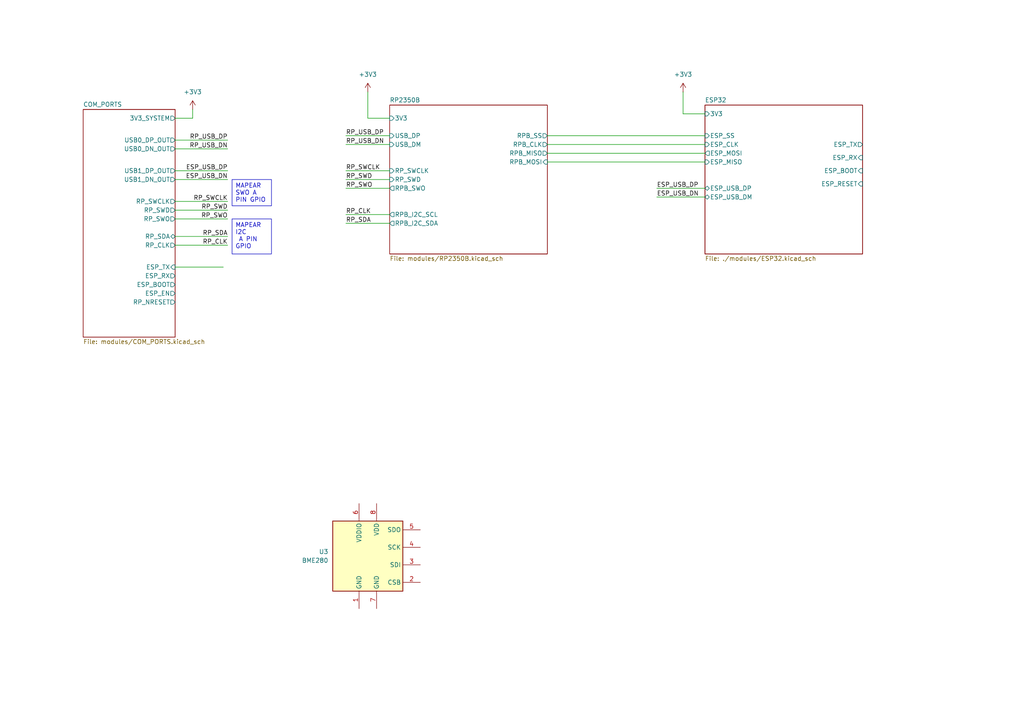
<source format=kicad_sch>
(kicad_sch (version 20250114) (generator "eeschema") (generator_version "9.0")
  (paper "A4")
  (lib_symbols
    (symbol "Sensor:BME280"
      (property "Reference" "U" (at -8.89 11.43 0))
      (property "Value" "BME280" (at 7.62 11.43 0))
      (symbol "BME280_0_1"
        (rectangle (start -10.16 10.16) (end 10.16 -10.16) (stroke (width 0.254)) (fill (type background)))
      )
      (symbol "BME280_1_1"
        (pin power_in line (at -2.54 15.24 270) (length 5.08) (name "VDDIO") (number "6"))
        (pin power_in line (at -2.54 -15.24 90) (length 5.08) (name "GND") (number "1"))
        (pin power_in line (at 2.54 15.24 270) (length 5.08) (name "VDD") (number "8"))
        (pin power_in line (at 2.54 -15.24 90) (length 5.08) (name "GND") (number "7"))
        (pin bidirectional line (at 15.24 7.62 180) (length 5.08) (name "SDO") (number "5"))
        (pin input line (at 15.24 2.54 180) (length 5.08) (name "SCK") (number "4"))
        (pin bidirectional line (at 15.24 -2.54 180) (length 5.08) (name "SDI") (number "3"))
        (pin input line (at 15.24 -7.62 180) (length 5.08) (name "CSB") (number "2"))
      )
    )
    (symbol "power:+3V3" (power) (pin_numbers (hide yes)) (pin_names (offset 0) (hide yes))
      (property "Value" "+3V3" (at 0 3.556 0))
      (symbol "+3V3_0_1"
        (polyline (pts (xy -0.762 1.27) (xy 0 2.54)))
        (polyline (pts (xy 0 2.54) (xy 0.762 1.27)))
        (polyline (pts (xy 0 0) (xy 0 2.54)))
      )
      (symbol "+3V3_1_1"
        (pin power_in line (at 0 0 90) (length 0) (name "~") (number "1"))
      )
    )
  )
  (bus_alias "RP_QSPI" (members "QSPI_SD0" "QSPI_SD1" "QSPI_SD2" "QSPI_SD3" "QSPI_SS" "QSPI_SCLK"))
  (text_box "MAPEAR I2C\n A PIN GPIO\n" (at 67.31 63.5 0) (size 11.43 10.16) (margins 0.9525 0.9525 0.9525 0.9525) (effects (font (size 1.27 1.27)) (justify left top)))
  (text_box "MAPEAR SWO A PIN GPIO\n" (at 67.31 52.07 0) (size 11.43 7.62) (margins 0.9525 0.9525 0.9525 0.9525) (effects (font (size 1.27 1.27)) (justify left top)))
  (wire (pts (xy 190.5 57.15) (xy 204.47 57.15)))
  (wire (pts (xy 50.8 52.07) (xy 66.04 52.07)))
  (wire (pts (xy 55.88 34.29) (xy 50.8 34.29)))
  (wire (pts (xy 100.33 39.37) (xy 113.03 39.37)))
  (wire (pts (xy 100.33 41.91) (xy 113.03 41.91)))
  (wire (pts (xy 50.8 68.58) (xy 66.04 68.58)))
  (wire (pts (xy 190.5 54.61) (xy 204.47 54.61)))
  (wire (pts (xy 100.33 64.77) (xy 113.03 64.77)))
  (wire (pts (xy 198.12 33.02) (xy 204.47 33.02)))
  (wire (pts (xy 100.33 62.23) (xy 113.03 62.23)))
  (wire (pts (xy 100.33 49.53) (xy 113.03 49.53)))
  (wire (pts (xy 158.75 39.37) (xy 204.47 39.37)))
  (wire (pts (xy 198.12 26.67) (xy 198.12 33.02)))
  (wire (pts (xy 50.8 77.47) (xy 64.77 77.47)))
  (wire (pts (xy 106.68 34.29) (xy 113.03 34.29)))
  (wire (pts (xy 50.8 58.42) (xy 66.04 58.42)))
  (wire (pts (xy 158.75 44.45) (xy 204.47 44.45)))
  (wire (pts (xy 100.33 54.61) (xy 113.03 54.61)))
  (wire (pts (xy 50.8 71.12) (xy 66.04 71.12)))
  (wire (pts (xy 50.8 49.53) (xy 66.04 49.53)))
  (wire (pts (xy 158.75 41.91) (xy 204.47 41.91)))
  (wire (pts (xy 106.68 26.67) (xy 106.68 34.29)))
  (wire (pts (xy 55.88 31.75) (xy 55.88 34.29)))
  (wire (pts (xy 50.8 40.64) (xy 66.04 40.64)))
  (wire (pts (xy 50.8 43.18) (xy 66.04 43.18)))
  (wire (pts (xy 50.8 63.5) (xy 66.04 63.5)))
  (wire (pts (xy 50.8 60.96) (xy 66.04 60.96)))
  (wire (pts (xy 100.33 52.07) (xy 113.03 52.07)))
  (wire (pts (xy 158.75 46.99) (xy 204.47 46.99)))
  (label "ESP_USB_DP" (at 66.04 49.53 180))
  (label "RP_SWD" (at 100.33 52.07 0))
  (label "RP_USB_DP" (at 100.33 39.37 0))
  (label "RP_SWO" (at 100.33 54.61 0))
  (label "RP_SWD" (at 66.04 60.96 180))
  (label "ESP_USB_DN" (at 190.5 57.15 0))
  (label "RP_CLK" (at 100.33 62.23 0))
  (label "RP_SWCLK" (at 100.33 49.53 0))
  (label "RP_USB_DP" (at 66.04 40.64 180))
  (label "RP_SWCLK" (at 66.04 58.42 180))
  (label "RP_SDA" (at 100.33 64.77 0))
  (label "ESP_USB_DP" (at 190.5 54.61 0))
  (label "RP_SWO" (at 66.04 63.5 180))
  (label "RP_SDA" (at 66.04 68.58 180))
  (label "RP_USB_DN" (at 66.04 43.18 180))
  (label "RP_CLK" (at 66.04 71.12 180))
  (label "ESP_USB_DN" (at 66.04 52.07 180))
  (label "RP_USB_DN" (at 100.33 41.91 0))
  (symbol (lib_id "power:+3V3") (at 55.88 31.75 0) (unit 1)
    (property "Reference" "#PWR063" (effects (hide yes)))
    (property "Value" "+3V3" (at 55.88 26.67 0))
    (property "Description" "Power symbol creates a global label with name \"+3V3\"" (effects (hide yes)))
  )
  (symbol (lib_id "power:+3V3") (at 198.12 26.67 0) (unit 1)
    (property "Reference" "#PWR041" (effects (hide yes)))
    (property "Value" "+3V3" (at 198.12 21.59 0))
    (property "Description" "Power symbol creates a global label with name \"+3V3\"" (effects (hide yes)))
  )
  (symbol (lib_id "Sensor:BME280") (at 106.68 161.29 0) (unit 1)
    (property "Reference" "U3" (at 95.25 160.0199 0) (effects (justify right)))
    (property "Value" "BME280" (at 95.25 162.5599 0) (effects (justify right)))
    (property "Footprint" "Package_LGA:Bosch_LGA-8_2.5x2.5mm_P0.65mm_ClockwisePinNumbering" (effects (hide yes)))
    (property "Datasheet" "https://www.bosch-sensortec.com/media/boschsensortec/downloads/datasheets/bst-bme280-ds002.pdf" (effects (hide yes)))
    (property "Description" "3-in-1 sensor, humidity, pressure, temperature, I2C and SPI interface, 1.71-3.6V, LGA-8" (effects (hide yes)))
  )
  (symbol (lib_id "power:+3V3") (at 106.68 26.67 0) (unit 1)
    (property "Reference" "#PWR022" (effects (hide yes)))
    (property "Value" "+3V3" (at 106.68 21.59 0))
    (property "Description" "Power symbol creates a global label with name \"+3V3\"" (effects (hide yes)))
  )
  (sheet (at 204.47 30.48) (size 45.72 43.18) (stroke (width 0.1524))
    (property "Sheetname" "ESP32" (at 204.47 29.7684 0) (effects (justify left bottom)))
    (property "Sheetfile" "./modules/ESP32.kicad_sch" (at 204.47 74.2446 0) (effects (justify left top)))
    (pin "ESP_SS" input (at 204.47 39.37 180))
    (pin "ESP_CLK" input (at 204.47 41.91 180))
    (pin "ESP_MISO" input (at 204.47 46.99 180))
    (pin "ESP_MOSI" output (at 204.47 44.45 180))
    (pin "ESP_USB_DP" bidirectional (at 204.47 54.61 180))
    (pin "ESP_USB_DM" bidirectional (at 204.47 57.15 180))
    (pin "3V3" input (at 204.47 33.02 180))
    (pin "ESP_TX" output (at 250.19 41.91 0))
    (pin "ESP_RX" input (at 250.19 45.72 0))
    (pin "ESP_BOOT" input (at 250.19 49.53 0))
    (pin "ESP_RESET" input (at 250.19 53.34 0))
  )
  (sheet (at 113.03 30.48) (size 45.72 43.18) (stroke (width 0.1524))
    (property "Sheetname" "RP2350B" (at 113.03 29.7684 0) (effects (justify left bottom)))
    (property "Sheetfile" "modules/RP2350B.kicad_sch" (at 113.03 74.2446 0) (effects (justify left top)))
    (pin "3V3" input (at 113.03 34.29 180))
    (pin "USB_DP" input (at 113.03 39.37 180))
    (pin "USB_DM" input (at 113.03 41.91 180))
    (pin "RP_SWD" input (at 113.03 52.07 180))
    (pin "RP_SWCLK" input (at 113.03 49.53 180))
    (pin "RPB_CLK" output (at 158.75 41.91 0))
    (pin "RPB_MISO" output (at 158.75 44.45 0))
    (pin "RPB_MOSI" input (at 158.75 46.99 0))
    (pin "RPB_SS" output (at 158.75 39.37 0))
    (pin "RPB_SWO" output (at 113.03 54.61 180))
    (pin "RPB_I2C_SCL" output (at 113.03 62.23 180))
    (pin "RPB_I2C_SDA" output (at 113.03 64.77 180))
  )
  (sheet (at 24.13 31.75) (size 26.67 66.04) (stroke (width 0.1524))
    (property "Sheetname" "COM_PORTS" (at 24.13 31.0384 0) (effects (justify left bottom)))
    (property "Sheetfile" "modules/COM_PORTS.kicad_sch" (at 24.13 98.3746 0) (effects (justify left top)))
    (pin "3V3_SYSTEM" output (at 50.8 34.29 0))
    (pin "USB1_DP_OUT" output (at 50.8 49.53 0))
    (pin "USB1_DN_OUT" output (at 50.8 52.07 0))
    (pin "USB0_DP_OUT" output (at 50.8 40.64 0))
    (pin "USB0_DN_OUT" output (at 50.8 43.18 0))
    (pin "RP_SWCLK" output (at 50.8 58.42 0))
    (pin "RP_SWD" output (at 50.8 60.96 0))
    (pin "RP_SWO" output (at 50.8 63.5 0))
    (pin "RP_SDA" bidirectional (at 50.8 68.58 0))
    (pin "RP_CLK" output (at 50.8 71.12 0))
    (pin "ESP_TX" input (at 50.8 77.47 0))
    (pin "ESP_RX" output (at 50.8 80.01 0))
    (pin "ESP_BOOT" output (at 50.8 82.55 0))
    (pin "ESP_EN" output (at 50.8 85.09 0))
    (pin "RP_NRESET" output (at 50.8 87.63 0))
  )
)
</source>
